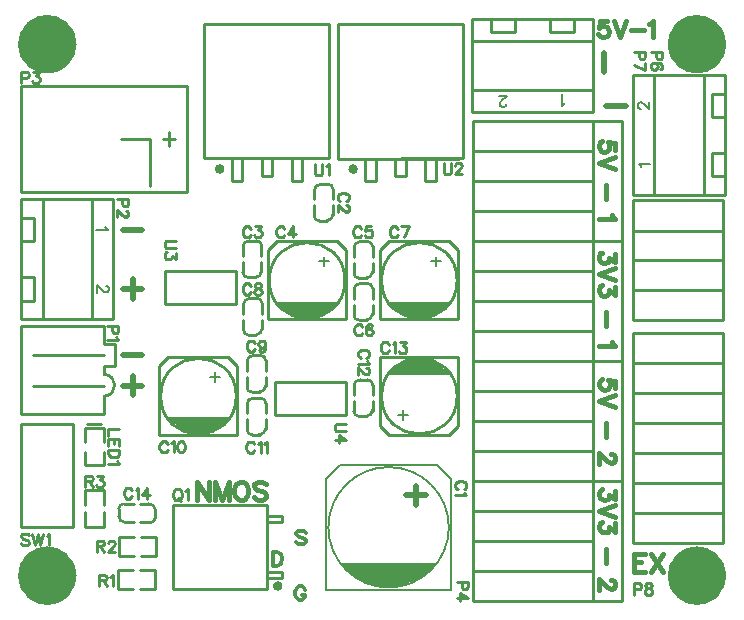
<source format=gto>
G04 Layer: TopSilkLayer*
G04 EasyEDA v6.4.19.5, 2021-05-27T17:32:06+08:00*
G04 33a6c8c822a742f28e1fac3212fc467e,cef4b8211a074a3184fc3ad01c494734,10*
G04 Gerber Generator version 0.2*
G04 Scale: 100 percent, Rotated: No, Reflected: No *
G04 Dimensions in millimeters *
G04 leading zeros omitted , absolute positions ,4 integer and 5 decimal *
%FSLAX45Y45*%
%MOMM*%

%ADD10C,0.2540*%
%ADD12C,0.5000*%
%ADD17C,0.2032*%
%ADD37C,0.2500*%
%ADD38C,0.2000*%
%ADD39C,0.2500*%
%ADD40C,3.0000*%
%ADD41C,0.4000*%
%ADD42C,0.3988*%
%ADD43C,0.3000*%

%LPD*%
D12*
X971776Y259991D02*
G01*
X971776Y96415D01*
X889988Y178203D02*
G01*
X1053564Y178203D01*
X889988Y680006D02*
G01*
X1053564Y680006D01*
X889990Y-380011D02*
G01*
X1053566Y-380011D01*
X971778Y-559991D02*
G01*
X971778Y-723567D01*
X889990Y-641779D02*
G01*
X1053566Y-641779D01*
X5148023Y1730075D02*
G01*
X4984442Y1730075D01*
X4959979Y2011420D02*
G01*
X4959979Y2175002D01*
D41*
X1519986Y-1454988D02*
G01*
X1519986Y-1607896D01*
X1519986Y-1454988D02*
G01*
X1621840Y-1607896D01*
X1621840Y-1454988D02*
G01*
X1621840Y-1607896D01*
X1669846Y-1454988D02*
G01*
X1669846Y-1607896D01*
X1669846Y-1454988D02*
G01*
X1728012Y-1607896D01*
X1786178Y-1454988D02*
G01*
X1728012Y-1607896D01*
X1786178Y-1454988D02*
G01*
X1786178Y-1607896D01*
X1877872Y-1454988D02*
G01*
X1863140Y-1462354D01*
X1848662Y-1476832D01*
X1841550Y-1491564D01*
X1834184Y-1513154D01*
X1834184Y-1549730D01*
X1841550Y-1571574D01*
X1848662Y-1586052D01*
X1863140Y-1600530D01*
X1877872Y-1607896D01*
X1906828Y-1607896D01*
X1921560Y-1600530D01*
X1936038Y-1586052D01*
X1943150Y-1571574D01*
X1950516Y-1549730D01*
X1950516Y-1513154D01*
X1943150Y-1491564D01*
X1936038Y-1476832D01*
X1921560Y-1462354D01*
X1906828Y-1454988D01*
X1877872Y-1454988D01*
X2100376Y-1476832D02*
G01*
X2085898Y-1462354D01*
X2064054Y-1454988D01*
X2034844Y-1454988D01*
X2013000Y-1462354D01*
X1998522Y-1476832D01*
X1998522Y-1491564D01*
X2005888Y-1506042D01*
X2013000Y-1513154D01*
X2027732Y-1520520D01*
X2071166Y-1534998D01*
X2085898Y-1542364D01*
X2093010Y-1549730D01*
X2100376Y-1564208D01*
X2100376Y-1586052D01*
X2085898Y-1600530D01*
X2064054Y-1607896D01*
X2034844Y-1607896D01*
X2013000Y-1600530D01*
X1998522Y-1586052D01*
D43*
X2159988Y-2050006D02*
G01*
X2159988Y-2164560D01*
X2159988Y-2050006D02*
G01*
X2198088Y-2050006D01*
X2214598Y-2055594D01*
X2225520Y-2066516D01*
X2230854Y-2077438D01*
X2236442Y-2093694D01*
X2236442Y-2120872D01*
X2230854Y-2137382D01*
X2225520Y-2148304D01*
X2214598Y-2159226D01*
X2198088Y-2164560D01*
X2159988Y-2164560D01*
X2436441Y-1886508D02*
G01*
X2425519Y-1875586D01*
X2409009Y-1869998D01*
X2387165Y-1869998D01*
X2370909Y-1875586D01*
X2359987Y-1886508D01*
X2359987Y-1897430D01*
X2365321Y-1908352D01*
X2370909Y-1913686D01*
X2381831Y-1919274D01*
X2414597Y-1930196D01*
X2425519Y-1935530D01*
X2430853Y-1940864D01*
X2436441Y-1951786D01*
X2436441Y-1968296D01*
X2425519Y-1979218D01*
X2409009Y-1984552D01*
X2387165Y-1984552D01*
X2370909Y-1979218D01*
X2359987Y-1968296D01*
X2431798Y-2367432D02*
G01*
X2426464Y-2356510D01*
X2415542Y-2345588D01*
X2404620Y-2340000D01*
X2382776Y-2340000D01*
X2371854Y-2345588D01*
X2360932Y-2356510D01*
X2355344Y-2367432D01*
X2350010Y-2383688D01*
X2350010Y-2410866D01*
X2355344Y-2427376D01*
X2360932Y-2438298D01*
X2371854Y-2449220D01*
X2382776Y-2454554D01*
X2404620Y-2454554D01*
X2415542Y-2449220D01*
X2426464Y-2438298D01*
X2431798Y-2427376D01*
X2431798Y-2410866D01*
X2404620Y-2410866D02*
G01*
X2431798Y-2410866D01*
D41*
X5219981Y-2064994D02*
G01*
X5219981Y-2217902D01*
X5219981Y-2064994D02*
G01*
X5314469Y-2064994D01*
X5219981Y-2137892D02*
G01*
X5278147Y-2137892D01*
X5219981Y-2217902D02*
G01*
X5314469Y-2217902D01*
X5362475Y-2064994D02*
G01*
X5464329Y-2217902D01*
X5464329Y-2064994D02*
G01*
X5362475Y-2217902D01*
X5053586Y1353543D02*
G01*
X5053586Y1417297D01*
X4996182Y1423647D01*
X5002532Y1417297D01*
X5008882Y1398247D01*
X5008882Y1379197D01*
X5002532Y1359893D01*
X4989832Y1347193D01*
X4970782Y1340843D01*
X4958082Y1340843D01*
X4939032Y1347193D01*
X4926332Y1359893D01*
X4919982Y1379197D01*
X4919982Y1398247D01*
X4926332Y1417297D01*
X4932682Y1423647D01*
X4945382Y1429997D01*
X5053586Y1298933D02*
G01*
X4919982Y1247879D01*
X5053586Y1197079D02*
G01*
X4919982Y1247879D01*
X4977132Y1057125D02*
G01*
X4977132Y942571D01*
X5027932Y802617D02*
G01*
X5034282Y789917D01*
X5053586Y770613D01*
X4919982Y770613D01*
X5058592Y-1532684D02*
G01*
X5058592Y-1602788D01*
X5007538Y-1564434D01*
X5007538Y-1583738D01*
X5001188Y-1596438D01*
X4994838Y-1602788D01*
X4975788Y-1609138D01*
X4963088Y-1609138D01*
X4944038Y-1602788D01*
X4931338Y-1590088D01*
X4924988Y-1570784D01*
X4924988Y-1551734D01*
X4931338Y-1532684D01*
X4937688Y-1526334D01*
X4950388Y-1519984D01*
X5058592Y-1651048D02*
G01*
X4924988Y-1702102D01*
X5058592Y-1752902D02*
G01*
X4924988Y-1702102D01*
X5058592Y-1807512D02*
G01*
X5058592Y-1877616D01*
X5007538Y-1839516D01*
X5007538Y-1858566D01*
X5001188Y-1871266D01*
X4994838Y-1877616D01*
X4975788Y-1883966D01*
X4963088Y-1883966D01*
X4944038Y-1877616D01*
X4931338Y-1864916D01*
X4924988Y-1845866D01*
X4924988Y-1826816D01*
X4931338Y-1807512D01*
X4937688Y-1801162D01*
X4950388Y-1794812D01*
X4982138Y-2023920D02*
G01*
X4982138Y-2138474D01*
X5026588Y-2284778D02*
G01*
X5032938Y-2284778D01*
X5045892Y-2291382D01*
X5052242Y-2297732D01*
X5058592Y-2310432D01*
X5058592Y-2335832D01*
X5052242Y-2348532D01*
X5045892Y-2354882D01*
X5032938Y-2361232D01*
X5020238Y-2361232D01*
X5007538Y-2354882D01*
X4988488Y-2342182D01*
X4924988Y-2278428D01*
X4924988Y-2367582D01*
X5053584Y472285D02*
G01*
X5053584Y402181D01*
X5002529Y440535D01*
X5002529Y421231D01*
X4996179Y408531D01*
X4989829Y402181D01*
X4970779Y395831D01*
X4958079Y395831D01*
X4939029Y402181D01*
X4926329Y414881D01*
X4919979Y434185D01*
X4919979Y453235D01*
X4926329Y472285D01*
X4932679Y478635D01*
X4945379Y484985D01*
X5053584Y353921D02*
G01*
X4919979Y302867D01*
X5053584Y252067D02*
G01*
X4919979Y302867D01*
X5053584Y197457D02*
G01*
X5053584Y127353D01*
X5002529Y165453D01*
X5002529Y146403D01*
X4996179Y133703D01*
X4989829Y127353D01*
X4970779Y121003D01*
X4958079Y121003D01*
X4939029Y127353D01*
X4926329Y140053D01*
X4919979Y159103D01*
X4919979Y178153D01*
X4926329Y197457D01*
X4932679Y203807D01*
X4945379Y210157D01*
X4977129Y-18950D02*
G01*
X4977129Y-133504D01*
X5027929Y-273458D02*
G01*
X5034279Y-286412D01*
X5053584Y-305462D01*
X4919979Y-305462D01*
X5058582Y-661443D02*
G01*
X5058582Y-597689D01*
X5001178Y-591339D01*
X5007528Y-597689D01*
X5013878Y-616739D01*
X5013878Y-635789D01*
X5007528Y-655093D01*
X4994828Y-667793D01*
X4975778Y-674143D01*
X4963078Y-674143D01*
X4944028Y-667793D01*
X4931328Y-655093D01*
X4924978Y-635789D01*
X4924978Y-616739D01*
X4931328Y-597689D01*
X4937678Y-591339D01*
X4950378Y-584989D01*
X5058582Y-716053D02*
G01*
X4924978Y-767107D01*
X5058582Y-817907D02*
G01*
X4924978Y-767107D01*
X4982128Y-957861D02*
G01*
X4982128Y-1072415D01*
X5026578Y-1218719D02*
G01*
X5032928Y-1218719D01*
X5045882Y-1225069D01*
X5052232Y-1231419D01*
X5058582Y-1244373D01*
X5058582Y-1269773D01*
X5052232Y-1282473D01*
X5045882Y-1288823D01*
X5032928Y-1295173D01*
X5020228Y-1295173D01*
X5007528Y-1288823D01*
X4988478Y-1276123D01*
X4924978Y-1212369D01*
X4924978Y-1301523D01*
X4991366Y2445004D02*
G01*
X4927727Y2445004D01*
X4921364Y2387729D01*
X4927727Y2394092D01*
X4946817Y2400457D01*
X4965910Y2400457D01*
X4985001Y2394092D01*
X4997729Y2381366D01*
X5004094Y2362273D01*
X5004094Y2349545D01*
X4997729Y2330455D01*
X4985001Y2317727D01*
X4965910Y2311364D01*
X4946817Y2311364D01*
X4927727Y2317727D01*
X4921364Y2324089D01*
X4914999Y2336817D01*
X5046096Y2445004D02*
G01*
X5097005Y2311364D01*
X5147917Y2445004D02*
G01*
X5097005Y2311364D01*
X5189918Y2368638D02*
G01*
X5304467Y2368638D01*
X5346468Y2419548D02*
G01*
X5359196Y2425913D01*
X5378287Y2445004D01*
X5378287Y2311364D01*
D37*
X967331Y-1526694D02*
G01*
X963013Y-1517550D01*
X953869Y-1508406D01*
X944725Y-1503834D01*
X926437Y-1503834D01*
X917547Y-1508406D01*
X908403Y-1517550D01*
X903831Y-1526694D01*
X899259Y-1540156D01*
X899259Y-1563016D01*
X903831Y-1576732D01*
X908403Y-1585622D01*
X917547Y-1594766D01*
X926437Y-1599338D01*
X944725Y-1599338D01*
X953869Y-1594766D01*
X963013Y-1585622D01*
X967331Y-1576732D01*
X997557Y-1522122D02*
G01*
X1006447Y-1517550D01*
X1020163Y-1503834D01*
X1020163Y-1599338D01*
X1095601Y-1503834D02*
G01*
X1050135Y-1567588D01*
X1118461Y-1567588D01*
X1095601Y-1503834D02*
G01*
X1095601Y-1599338D01*
X860498Y-1010005D02*
G01*
X764994Y-1010005D01*
X764994Y-1010005D02*
G01*
X764994Y-1064615D01*
X860498Y-1094587D02*
G01*
X764994Y-1094587D01*
X860498Y-1094587D02*
G01*
X860498Y-1153515D01*
X815032Y-1094587D02*
G01*
X815032Y-1130909D01*
X764994Y-1094587D02*
G01*
X764994Y-1153515D01*
X860498Y-1183741D02*
G01*
X764994Y-1183741D01*
X860498Y-1183741D02*
G01*
X860498Y-1215491D01*
X855926Y-1229207D01*
X846782Y-1238097D01*
X837638Y-1242669D01*
X824176Y-1247241D01*
X801316Y-1247241D01*
X787600Y-1242669D01*
X778710Y-1238097D01*
X769566Y-1229207D01*
X764994Y-1215491D01*
X764994Y-1183741D01*
X842210Y-1277213D02*
G01*
X846782Y-1286357D01*
X860498Y-1300073D01*
X764994Y-1300073D01*
X2782646Y921920D02*
G01*
X2791790Y926238D01*
X2800934Y935382D01*
X2805506Y944526D01*
X2805506Y962814D01*
X2800934Y971704D01*
X2791790Y980848D01*
X2782646Y985420D01*
X2769184Y989992D01*
X2746324Y989992D01*
X2732608Y985420D01*
X2723718Y980848D01*
X2714574Y971704D01*
X2710002Y962814D01*
X2710002Y944526D01*
X2714574Y935382D01*
X2723718Y926238D01*
X2732608Y921920D01*
X2782646Y887376D02*
G01*
X2787218Y887376D01*
X2796362Y882804D01*
X2800934Y878232D01*
X2805506Y869088D01*
X2805506Y850800D01*
X2800934Y841910D01*
X2796362Y837338D01*
X2787218Y832766D01*
X2778074Y832766D01*
X2769184Y837338D01*
X2755468Y846482D01*
X2710002Y891694D01*
X2710002Y828194D01*
X1973074Y687146D02*
G01*
X1968756Y696290D01*
X1959612Y705434D01*
X1950468Y710006D01*
X1932180Y710006D01*
X1923290Y705434D01*
X1914146Y696290D01*
X1909574Y687146D01*
X1905002Y673684D01*
X1905002Y650824D01*
X1909574Y637108D01*
X1914146Y628218D01*
X1923290Y619074D01*
X1932180Y614502D01*
X1950468Y614502D01*
X1959612Y619074D01*
X1968756Y628218D01*
X1973074Y637108D01*
X2012190Y710006D02*
G01*
X2062228Y710006D01*
X2035050Y673684D01*
X2048512Y673684D01*
X2057656Y669112D01*
X2062228Y664540D01*
X2066800Y650824D01*
X2066800Y641680D01*
X2062228Y628218D01*
X2053084Y619074D01*
X2039622Y614502D01*
X2025906Y614502D01*
X2012190Y619074D01*
X2007618Y623646D01*
X2003300Y632790D01*
X2258060Y687148D02*
G01*
X2253742Y696292D01*
X2244597Y705436D01*
X2235454Y710008D01*
X2217165Y710008D01*
X2208276Y705436D01*
X2199131Y696292D01*
X2194560Y687148D01*
X2189987Y673686D01*
X2189987Y650826D01*
X2194560Y637110D01*
X2199131Y628220D01*
X2208276Y619076D01*
X2217165Y614504D01*
X2235454Y614504D01*
X2244597Y619076D01*
X2253742Y628220D01*
X2258060Y637110D01*
X2333497Y710008D02*
G01*
X2288286Y646254D01*
X2356357Y646254D01*
X2333497Y710008D02*
G01*
X2333497Y614504D01*
D17*
X2550083Y410819D02*
G01*
X2631871Y410819D01*
X2590977Y369925D02*
G01*
X2590977Y451713D01*
D37*
X2908068Y687148D02*
G01*
X2903750Y696292D01*
X2894606Y705436D01*
X2885462Y710008D01*
X2867174Y710008D01*
X2858284Y705436D01*
X2849140Y696292D01*
X2844568Y687148D01*
X2839996Y673686D01*
X2839996Y650826D01*
X2844568Y637110D01*
X2849140Y628220D01*
X2858284Y619076D01*
X2867174Y614504D01*
X2885462Y614504D01*
X2894606Y619076D01*
X2903750Y628220D01*
X2908068Y637110D01*
X2992650Y710008D02*
G01*
X2947184Y710008D01*
X2942612Y669114D01*
X2947184Y673686D01*
X2960900Y678004D01*
X2974616Y678004D01*
X2988078Y673686D01*
X2997222Y664542D01*
X3001794Y650826D01*
X3001794Y641682D01*
X2997222Y628220D01*
X2988078Y619076D01*
X2974616Y614504D01*
X2960900Y614504D01*
X2947184Y619076D01*
X2942612Y623648D01*
X2938294Y632792D01*
X2918084Y-142849D02*
G01*
X2913766Y-133705D01*
X2904622Y-124561D01*
X2895478Y-119989D01*
X2877190Y-119989D01*
X2868300Y-124561D01*
X2859156Y-133705D01*
X2854584Y-142849D01*
X2850012Y-156311D01*
X2850012Y-179171D01*
X2854584Y-192887D01*
X2859156Y-201777D01*
X2868300Y-210921D01*
X2877190Y-215493D01*
X2895478Y-215493D01*
X2904622Y-210921D01*
X2913766Y-201777D01*
X2918084Y-192887D01*
X3002666Y-133705D02*
G01*
X2998094Y-124561D01*
X2984632Y-119989D01*
X2975488Y-119989D01*
X2961772Y-124561D01*
X2952628Y-138277D01*
X2948310Y-160883D01*
X2948310Y-183743D01*
X2952628Y-201777D01*
X2961772Y-210921D01*
X2975488Y-215493D01*
X2980060Y-215493D01*
X2993522Y-210921D01*
X3002666Y-201777D01*
X3007238Y-188315D01*
X3007238Y-183743D01*
X3002666Y-170027D01*
X2993522Y-160883D01*
X2980060Y-156311D01*
X2975488Y-156311D01*
X2961772Y-160883D01*
X2952628Y-170027D01*
X2948310Y-183743D01*
X3218078Y687148D02*
G01*
X3213760Y696292D01*
X3204616Y705436D01*
X3195472Y710008D01*
X3177184Y710008D01*
X3168294Y705436D01*
X3159150Y696292D01*
X3154578Y687148D01*
X3150006Y673686D01*
X3150006Y650826D01*
X3154578Y637110D01*
X3159150Y628220D01*
X3168294Y619076D01*
X3177184Y614504D01*
X3195472Y614504D01*
X3204616Y619076D01*
X3213760Y628220D01*
X3218078Y637110D01*
X3311804Y710008D02*
G01*
X3266338Y614504D01*
X3248304Y710008D02*
G01*
X3311804Y710008D01*
D17*
X3500043Y411581D02*
G01*
X3581831Y411581D01*
X3540937Y370687D02*
G01*
X3540937Y452475D01*
D37*
X1973071Y202130D02*
G01*
X1968754Y211274D01*
X1959610Y220418D01*
X1950465Y224990D01*
X1932178Y224990D01*
X1923287Y220418D01*
X1914144Y211274D01*
X1909571Y202130D01*
X1905000Y188668D01*
X1905000Y165808D01*
X1909571Y152092D01*
X1914144Y143202D01*
X1923287Y134058D01*
X1932178Y129486D01*
X1950465Y129486D01*
X1959610Y134058D01*
X1968754Y143202D01*
X1973071Y152092D01*
X2025904Y224990D02*
G01*
X2012187Y220418D01*
X2007615Y211274D01*
X2007615Y202130D01*
X2012187Y192986D01*
X2021331Y188668D01*
X2039620Y184096D01*
X2053081Y179524D01*
X2062226Y170380D01*
X2066797Y161236D01*
X2066797Y147774D01*
X2062226Y138630D01*
X2057654Y134058D01*
X2044192Y129486D01*
X2025904Y129486D01*
X2012187Y134058D01*
X2007615Y138630D01*
X2003297Y147774D01*
X2003297Y161236D01*
X2007615Y170380D01*
X2016760Y179524D01*
X2030476Y184096D01*
X2048510Y188668D01*
X2057654Y192986D01*
X2062226Y202130D01*
X2062226Y211274D01*
X2057654Y220418D01*
X2044192Y224990D01*
X2025904Y224990D01*
X689990Y-2245006D02*
G01*
X689990Y-2340510D01*
X689990Y-2245006D02*
G01*
X730885Y-2245006D01*
X744601Y-2249578D01*
X749172Y-2254150D01*
X753745Y-2263294D01*
X753745Y-2272438D01*
X749172Y-2281328D01*
X744601Y-2285900D01*
X730885Y-2290472D01*
X689990Y-2290472D01*
X721740Y-2290472D02*
G01*
X753745Y-2340510D01*
X783717Y-2263294D02*
G01*
X792606Y-2258722D01*
X806322Y-2245006D01*
X806322Y-2340510D01*
X667537Y-1953206D02*
G01*
X667537Y-2048710D01*
X667537Y-1953206D02*
G01*
X708431Y-1953206D01*
X722147Y-1957778D01*
X726719Y-1962350D01*
X731291Y-1971494D01*
X731291Y-1980638D01*
X726719Y-1989528D01*
X722147Y-1994100D01*
X708431Y-1998672D01*
X667537Y-1998672D01*
X699287Y-1998672D02*
G01*
X731291Y-2048710D01*
X765835Y-1976066D02*
G01*
X765835Y-1971494D01*
X770153Y-1962350D01*
X774725Y-1957778D01*
X783869Y-1953206D01*
X802157Y-1953206D01*
X811047Y-1957778D01*
X815619Y-1962350D01*
X820191Y-1971494D01*
X820191Y-1980638D01*
X815619Y-1989528D01*
X806729Y-2003244D01*
X761263Y-2048710D01*
X824763Y-2048710D01*
X569998Y-1404998D02*
G01*
X569998Y-1500502D01*
X569998Y-1404998D02*
G01*
X610892Y-1404998D01*
X624608Y-1409570D01*
X629180Y-1414142D01*
X633752Y-1423286D01*
X633752Y-1432430D01*
X629180Y-1441320D01*
X624608Y-1445892D01*
X610892Y-1450464D01*
X569998Y-1450464D01*
X601748Y-1450464D02*
G01*
X633752Y-1500502D01*
X672614Y-1404998D02*
G01*
X722652Y-1404998D01*
X695474Y-1441320D01*
X709190Y-1441320D01*
X718080Y-1445892D01*
X722652Y-1450464D01*
X727224Y-1464180D01*
X727224Y-1473324D01*
X722652Y-1486786D01*
X713508Y-1495930D01*
X700046Y-1500502D01*
X686330Y-1500502D01*
X672614Y-1495930D01*
X668296Y-1491358D01*
X663724Y-1482214D01*
X1342186Y-1515008D02*
G01*
X1333296Y-1519580D01*
X1324152Y-1528724D01*
X1319580Y-1537868D01*
X1315008Y-1551330D01*
X1315008Y-1574190D01*
X1319580Y-1587906D01*
X1324152Y-1596796D01*
X1333296Y-1605940D01*
X1342186Y-1610512D01*
X1360474Y-1610512D01*
X1369618Y-1605940D01*
X1378762Y-1596796D01*
X1383080Y-1587906D01*
X1387652Y-1574190D01*
X1387652Y-1551330D01*
X1383080Y-1537868D01*
X1378762Y-1528724D01*
X1369618Y-1519580D01*
X1360474Y-1515008D01*
X1342186Y-1515008D01*
X1355902Y-1592224D02*
G01*
X1383080Y-1619656D01*
X1417624Y-1533296D02*
G01*
X1426768Y-1528724D01*
X1440484Y-1515008D01*
X1440484Y-1610512D01*
X1340510Y584987D02*
G01*
X1272184Y584987D01*
X1258722Y580415D01*
X1249578Y571271D01*
X1245006Y557809D01*
X1245006Y548665D01*
X1249578Y534949D01*
X1258722Y525805D01*
X1272184Y521233D01*
X1340510Y521233D01*
X1340510Y482371D02*
G01*
X1340510Y432333D01*
X1304188Y459511D01*
X1304188Y445795D01*
X1299616Y436905D01*
X1295044Y432333D01*
X1281328Y427761D01*
X1272184Y427761D01*
X1258722Y432333D01*
X1249578Y441477D01*
X1245006Y454939D01*
X1245006Y468655D01*
X1249578Y482371D01*
X1254150Y486689D01*
X1263294Y491261D01*
X2008075Y-282851D02*
G01*
X2003757Y-273707D01*
X1994613Y-264563D01*
X1985469Y-259991D01*
X1967181Y-259991D01*
X1958291Y-264563D01*
X1949147Y-273707D01*
X1944575Y-282851D01*
X1940003Y-296313D01*
X1940003Y-319173D01*
X1944575Y-332889D01*
X1949147Y-341779D01*
X1958291Y-350923D01*
X1967181Y-355495D01*
X1985469Y-355495D01*
X1994613Y-350923D01*
X2003757Y-341779D01*
X2008075Y-332889D01*
X2097229Y-291995D02*
G01*
X2092657Y-305457D01*
X2083513Y-314601D01*
X2070051Y-319173D01*
X2065479Y-319173D01*
X2051763Y-314601D01*
X2042619Y-305457D01*
X2038301Y-291995D01*
X2038301Y-287423D01*
X2042619Y-273707D01*
X2051763Y-264563D01*
X2065479Y-259991D01*
X2070051Y-259991D01*
X2083513Y-264563D01*
X2092657Y-273707D01*
X2097229Y-291995D01*
X2097229Y-314601D01*
X2092657Y-337207D01*
X2083513Y-350923D01*
X2070051Y-355495D01*
X2060907Y-355495D01*
X2047191Y-350923D01*
X2042619Y-341779D01*
X1268067Y-1132870D02*
G01*
X1263749Y-1123723D01*
X1254605Y-1114582D01*
X1245461Y-1110007D01*
X1227173Y-1110007D01*
X1218283Y-1114582D01*
X1209139Y-1123723D01*
X1204567Y-1132870D01*
X1199995Y-1146332D01*
X1199995Y-1169192D01*
X1204567Y-1182908D01*
X1209139Y-1191798D01*
X1218283Y-1200942D01*
X1227173Y-1205514D01*
X1245461Y-1205514D01*
X1254605Y-1200942D01*
X1263749Y-1191798D01*
X1268067Y-1182908D01*
X1298293Y-1128298D02*
G01*
X1307183Y-1123723D01*
X1320899Y-1110007D01*
X1320899Y-1205514D01*
X1378303Y-1110007D02*
G01*
X1364587Y-1114582D01*
X1355443Y-1128298D01*
X1350871Y-1150904D01*
X1350871Y-1164620D01*
X1355443Y-1187223D01*
X1364587Y-1200942D01*
X1378303Y-1205514D01*
X1387193Y-1205514D01*
X1400909Y-1200942D01*
X1410053Y-1187223D01*
X1414625Y-1164620D01*
X1414625Y-1150904D01*
X1410053Y-1128298D01*
X1400909Y-1114582D01*
X1387193Y-1110007D01*
X1378303Y-1110007D01*
D17*
X1630095Y-569112D02*
G01*
X1711883Y-569112D01*
X1670989Y-610006D02*
G01*
X1670989Y-528218D01*
D37*
X2003071Y-1137869D02*
G01*
X1998753Y-1128725D01*
X1989609Y-1119581D01*
X1980465Y-1115009D01*
X1962177Y-1115009D01*
X1953287Y-1119581D01*
X1944143Y-1128725D01*
X1939571Y-1137869D01*
X1934999Y-1151331D01*
X1934999Y-1174191D01*
X1939571Y-1187907D01*
X1944143Y-1196797D01*
X1953287Y-1205941D01*
X1962177Y-1210513D01*
X1980465Y-1210513D01*
X1989609Y-1205941D01*
X1998753Y-1196797D01*
X2003071Y-1187907D01*
X2033297Y-1133297D02*
G01*
X2042187Y-1128725D01*
X2055903Y-1115009D01*
X2055903Y-1210513D01*
X2085875Y-1133297D02*
G01*
X2095019Y-1128725D01*
X2108735Y-1115009D01*
X2108735Y-1210513D01*
X2780484Y-964996D02*
G01*
X2712158Y-964996D01*
X2698696Y-969568D01*
X2689552Y-978712D01*
X2684980Y-992174D01*
X2684980Y-1001318D01*
X2689552Y-1015034D01*
X2698696Y-1024178D01*
X2712158Y-1028750D01*
X2780484Y-1028750D01*
X2780484Y-1104188D02*
G01*
X2716730Y-1058722D01*
X2716730Y-1126794D01*
X2780484Y-1104188D02*
G01*
X2684980Y-1104188D01*
X2952650Y-403070D02*
G01*
X2961794Y-398752D01*
X2970938Y-389608D01*
X2975510Y-380464D01*
X2975510Y-362176D01*
X2970938Y-353286D01*
X2961794Y-344142D01*
X2952650Y-339570D01*
X2939188Y-334998D01*
X2916328Y-334998D01*
X2902612Y-339570D01*
X2893722Y-344142D01*
X2884578Y-353286D01*
X2880006Y-362176D01*
X2880006Y-380464D01*
X2884578Y-389608D01*
X2893722Y-398752D01*
X2902612Y-403070D01*
X2957222Y-433296D02*
G01*
X2961794Y-442186D01*
X2975510Y-455902D01*
X2880006Y-455902D01*
X2952650Y-490446D02*
G01*
X2957222Y-490446D01*
X2966366Y-495018D01*
X2970938Y-499590D01*
X2975510Y-508734D01*
X2975510Y-526768D01*
X2970938Y-535912D01*
X2966366Y-540484D01*
X2957222Y-545056D01*
X2948078Y-545056D01*
X2939188Y-540484D01*
X2925472Y-531340D01*
X2880006Y-485874D01*
X2880006Y-549628D01*
X3143067Y-292864D02*
G01*
X3138749Y-283720D01*
X3129605Y-274576D01*
X3120461Y-270004D01*
X3102173Y-270004D01*
X3093283Y-274576D01*
X3084139Y-283720D01*
X3079567Y-292864D01*
X3074995Y-306326D01*
X3074995Y-329186D01*
X3079567Y-342902D01*
X3084139Y-351792D01*
X3093283Y-360936D01*
X3102173Y-365508D01*
X3120461Y-365508D01*
X3129605Y-360936D01*
X3138749Y-351792D01*
X3143067Y-342902D01*
X3173293Y-288292D02*
G01*
X3182183Y-283720D01*
X3195899Y-270004D01*
X3195899Y-365508D01*
X3235015Y-270004D02*
G01*
X3285053Y-270004D01*
X3257621Y-306326D01*
X3271337Y-306326D01*
X3280481Y-310898D01*
X3285053Y-315470D01*
X3289625Y-329186D01*
X3289625Y-338330D01*
X3285053Y-351792D01*
X3275909Y-360936D01*
X3262193Y-365508D01*
X3248731Y-365508D01*
X3235015Y-360936D01*
X3230443Y-356364D01*
X3225871Y-347220D01*
D17*
X3300552Y-890879D02*
G01*
X3218764Y-890879D01*
X3259658Y-849985D02*
G01*
X3259658Y-931773D01*
D37*
X5214995Y-2315006D02*
G01*
X5214995Y-2410510D01*
X5214995Y-2315006D02*
G01*
X5255889Y-2315006D01*
X5269605Y-2319578D01*
X5274177Y-2324150D01*
X5278749Y-2333294D01*
X5278749Y-2347010D01*
X5274177Y-2355900D01*
X5269605Y-2360472D01*
X5255889Y-2365044D01*
X5214995Y-2365044D01*
X5331327Y-2315006D02*
G01*
X5317611Y-2319578D01*
X5313293Y-2328722D01*
X5313293Y-2337866D01*
X5317611Y-2347010D01*
X5326755Y-2351328D01*
X5345043Y-2355900D01*
X5358505Y-2360472D01*
X5367649Y-2369616D01*
X5372221Y-2378760D01*
X5372221Y-2392222D01*
X5367649Y-2401366D01*
X5363077Y-2405938D01*
X5349615Y-2410510D01*
X5331327Y-2410510D01*
X5317611Y-2405938D01*
X5313293Y-2401366D01*
X5308721Y-2392222D01*
X5308721Y-2378760D01*
X5313293Y-2369616D01*
X5322183Y-2360472D01*
X5335899Y-2355900D01*
X5354187Y-2351328D01*
X5363077Y-2347010D01*
X5367649Y-2337866D01*
X5367649Y-2328722D01*
X5363077Y-2319578D01*
X5349615Y-2315006D01*
X5331327Y-2315006D01*
X5310510Y2184981D02*
G01*
X5215006Y2184981D01*
X5310510Y2184981D02*
G01*
X5310510Y2144087D01*
X5305938Y2130371D01*
X5301366Y2125799D01*
X5292222Y2121227D01*
X5278506Y2121227D01*
X5269616Y2125799D01*
X5265044Y2130371D01*
X5260472Y2144087D01*
X5260472Y2184981D01*
X5310510Y2027755D02*
G01*
X5215006Y2073221D01*
X5310510Y2091255D02*
G01*
X5310510Y2027755D01*
D38*
X4629911Y1748205D02*
G01*
X4620768Y1743633D01*
X4607306Y1729917D01*
X4607306Y1825421D01*
X4135348Y1742770D02*
G01*
X4135348Y1738198D01*
X4130776Y1728800D01*
X4126204Y1724228D01*
X4117314Y1719910D01*
X4099026Y1719910D01*
X4089882Y1724228D01*
X4085310Y1728800D01*
X4080738Y1738198D01*
X4080738Y1747342D01*
X4085310Y1755978D01*
X4094454Y1769948D01*
X4139920Y1815414D01*
X4076166Y1815414D01*
D37*
X5455488Y2184984D02*
G01*
X5359984Y2184984D01*
X5455488Y2184984D02*
G01*
X5455488Y2144090D01*
X5450916Y2130374D01*
X5446344Y2125802D01*
X5437200Y2121230D01*
X5423484Y2121230D01*
X5414594Y2125802D01*
X5410022Y2130374D01*
X5405450Y2144090D01*
X5405450Y2184984D01*
X5441772Y2036902D02*
G01*
X5450916Y2041474D01*
X5455488Y2054936D01*
X5455488Y2064080D01*
X5450916Y2077796D01*
X5437200Y2086686D01*
X5414594Y2091258D01*
X5391734Y2091258D01*
X5373700Y2086686D01*
X5364556Y2077796D01*
X5359984Y2064080D01*
X5359984Y2059508D01*
X5364556Y2045792D01*
X5373700Y2036902D01*
X5387162Y2032330D01*
X5391734Y2032330D01*
X5405450Y2036902D01*
X5414594Y2045792D01*
X5419166Y2059508D01*
X5419166Y2064080D01*
X5414594Y2077796D01*
X5405450Y2086686D01*
X5391734Y2091258D01*
D38*
X5278297Y1210055D02*
G01*
X5273725Y1219200D01*
X5260009Y1232662D01*
X5355513Y1232662D01*
X5272862Y1704619D02*
G01*
X5268290Y1704619D01*
X5258892Y1709191D01*
X5254320Y1713763D01*
X5250002Y1722653D01*
X5250002Y1740941D01*
X5254320Y1750085D01*
X5258892Y1754657D01*
X5268290Y1759229D01*
X5277434Y1759229D01*
X5286070Y1754657D01*
X5300040Y1745513D01*
X5345506Y1700047D01*
X5345506Y1763801D01*
D37*
X852170Y-134137D02*
G01*
X756665Y-134137D01*
X852170Y-134137D02*
G01*
X852170Y-175031D01*
X847597Y-188747D01*
X843026Y-193319D01*
X833881Y-197891D01*
X820165Y-197891D01*
X811276Y-193319D01*
X806704Y-188747D01*
X802131Y-175031D01*
X802131Y-134137D01*
X833881Y-227863D02*
G01*
X838454Y-236753D01*
X852170Y-250469D01*
X756665Y-250469D01*
X935504Y940003D02*
G01*
X840000Y940003D01*
X935504Y940003D02*
G01*
X935504Y899109D01*
X930932Y885393D01*
X926360Y880821D01*
X917216Y876249D01*
X903500Y876249D01*
X894610Y880821D01*
X890038Y885393D01*
X885466Y899109D01*
X885466Y940003D01*
X912644Y841705D02*
G01*
X917216Y841705D01*
X926360Y837387D01*
X930932Y832815D01*
X935504Y823671D01*
X935504Y805383D01*
X930932Y796493D01*
X926360Y791921D01*
X917216Y787349D01*
X908072Y787349D01*
X899182Y791921D01*
X885466Y800811D01*
X840000Y846277D01*
X840000Y782777D01*
D38*
X741756Y699770D02*
G01*
X746328Y690626D01*
X760044Y677163D01*
X664540Y677163D01*
X747191Y205206D02*
G01*
X751763Y205206D01*
X761161Y200634D01*
X765733Y196062D01*
X770051Y187172D01*
X770051Y168884D01*
X765733Y159740D01*
X761161Y155168D01*
X751763Y150596D01*
X742619Y150596D01*
X733983Y155168D01*
X720013Y164312D01*
X674547Y209778D01*
X674547Y146024D01*
D37*
X3810502Y-2299997D02*
G01*
X3714998Y-2299997D01*
X3810502Y-2299997D02*
G01*
X3810502Y-2340891D01*
X3805930Y-2354607D01*
X3801358Y-2359179D01*
X3792214Y-2363751D01*
X3778498Y-2363751D01*
X3769608Y-2359179D01*
X3765036Y-2354607D01*
X3760464Y-2340891D01*
X3760464Y-2299997D01*
X3810502Y-2439189D02*
G01*
X3746748Y-2393723D01*
X3746748Y-2461795D01*
X3810502Y-2439189D02*
G01*
X3714998Y-2439189D01*
X93751Y-1908705D02*
G01*
X84607Y-1899561D01*
X70891Y-1894989D01*
X52603Y-1894989D01*
X39141Y-1899561D01*
X29997Y-1908705D01*
X29997Y-1917849D01*
X34569Y-1926993D01*
X39141Y-1931311D01*
X48285Y-1935883D01*
X75463Y-1945027D01*
X84607Y-1949599D01*
X89179Y-1954171D01*
X93751Y-1963315D01*
X93751Y-1976777D01*
X84607Y-1985921D01*
X70891Y-1990493D01*
X52603Y-1990493D01*
X39141Y-1985921D01*
X29997Y-1976777D01*
X123723Y-1894989D02*
G01*
X146329Y-1990493D01*
X169189Y-1894989D02*
G01*
X146329Y-1990493D01*
X169189Y-1894989D02*
G01*
X191795Y-1990493D01*
X214655Y-1894989D02*
G01*
X191795Y-1990493D01*
X244627Y-1913277D02*
G01*
X253517Y-1908705D01*
X267233Y-1894989D01*
X267233Y-1990493D01*
X3775255Y-1518033D02*
G01*
X3784399Y-1513715D01*
X3793543Y-1504571D01*
X3798115Y-1495427D01*
X3798115Y-1477139D01*
X3793543Y-1468249D01*
X3784399Y-1459105D01*
X3775255Y-1454533D01*
X3761793Y-1449961D01*
X3738933Y-1449961D01*
X3725217Y-1454533D01*
X3716327Y-1459105D01*
X3707183Y-1468249D01*
X3702611Y-1477139D01*
X3702611Y-1495427D01*
X3707183Y-1504571D01*
X3716327Y-1513715D01*
X3725217Y-1518033D01*
X3779827Y-1548259D02*
G01*
X3784399Y-1557149D01*
X3798115Y-1570865D01*
X3702611Y-1570865D01*
D12*
X3453790Y-1568094D02*
G01*
X3290214Y-1568094D01*
X3372002Y-1486306D02*
G01*
X3372002Y-1649882D01*
D37*
X2515001Y1235001D02*
G01*
X2515001Y1166675D01*
X2519573Y1153213D01*
X2528717Y1144069D01*
X2542179Y1139497D01*
X2551323Y1139497D01*
X2565039Y1144069D01*
X2574183Y1153213D01*
X2578755Y1166675D01*
X2578755Y1235001D01*
X2608727Y1216713D02*
G01*
X2617617Y1221285D01*
X2631333Y1235001D01*
X2631333Y1139497D01*
X3604996Y1245003D02*
G01*
X3604996Y1176677D01*
X3609568Y1163215D01*
X3618712Y1154071D01*
X3632174Y1149499D01*
X3641318Y1149499D01*
X3655034Y1154071D01*
X3664178Y1163215D01*
X3668750Y1176677D01*
X3668750Y1245003D01*
X3703294Y1222143D02*
G01*
X3703294Y1226715D01*
X3707612Y1235859D01*
X3712184Y1240431D01*
X3721328Y1245003D01*
X3739616Y1245003D01*
X3748506Y1240431D01*
X3753078Y1235859D01*
X3757650Y1226715D01*
X3757650Y1217571D01*
X3753078Y1208681D01*
X3744188Y1194965D01*
X3698722Y1149499D01*
X3762222Y1149499D01*
X29994Y2015007D02*
G01*
X29994Y1919503D01*
X29994Y2015007D02*
G01*
X70888Y2015007D01*
X84604Y2010435D01*
X89176Y2005863D01*
X93748Y1996719D01*
X93748Y1983003D01*
X89176Y1974113D01*
X84604Y1969541D01*
X70888Y1964969D01*
X29994Y1964969D01*
X132610Y2015007D02*
G01*
X182648Y2015007D01*
X155470Y1978685D01*
X169186Y1978685D01*
X178076Y1974113D01*
X182648Y1969541D01*
X187220Y1955825D01*
X187220Y1946681D01*
X182648Y1933219D01*
X173504Y1924075D01*
X160042Y1919503D01*
X146326Y1919503D01*
X132610Y1924075D01*
X128292Y1928647D01*
X123720Y1937791D01*
G36*
X2180082Y69951D02*
G01*
X2310079Y-40081D01*
X2450084Y-70053D01*
X2600096Y-40081D01*
X2720086Y69951D01*
G37*
G36*
X3130042Y70662D02*
G01*
X3260039Y-39319D01*
X3400044Y-69291D01*
X3550056Y-39319D01*
X3670046Y70662D01*
G37*
G36*
X1260094Y-910031D02*
G01*
X1390091Y-1020013D01*
X1530096Y-1049985D01*
X1680108Y-1020013D01*
X1800098Y-910031D01*
G37*
G36*
X3400551Y-410006D02*
G01*
X3250539Y-439978D01*
X3130550Y-549960D01*
X3670554Y-549960D01*
X3540556Y-439978D01*
G37*
G36*
X2720238Y-2140051D02*
G01*
X2800197Y-2220010D01*
X2890215Y-2280005D01*
X2970174Y-2310028D01*
X3090214Y-2350058D01*
X3220212Y-2340000D01*
X3400196Y-2280005D01*
X3460191Y-2240026D01*
X3550208Y-2140051D01*
G37*
X4869992Y1601978D02*
G01*
X5115001Y1601978D01*
X5115001Y1599996D02*
G01*
X5115001Y-2459989D01*
X5115001Y-2462021D02*
G01*
X4864988Y-2462021D01*
X4869992Y584987D02*
G01*
X5115001Y584987D01*
X4869992Y-429996D02*
G01*
X5115001Y-429996D01*
X5209997Y670001D02*
G01*
X5964986Y670001D01*
X5969990Y664997D01*
X5215000Y419988D02*
G01*
X5969990Y419988D01*
X5959983Y419988D01*
X5219979Y164998D02*
G01*
X5964986Y164998D01*
X5969990Y170002D01*
X4869992Y-1445005D02*
G01*
X5115001Y-1445005D01*
X1035557Y-1641347D02*
G01*
X1116837Y-1641347D01*
X1165097Y-1689607D02*
G01*
X1165097Y-1758187D01*
X1124457Y-1798828D02*
G01*
X1038097Y-1798828D01*
X1035557Y-1798828D01*
X984757Y-1798828D02*
G01*
X903478Y-1798828D01*
X855218Y-1750568D02*
G01*
X855218Y-1681987D01*
X895857Y-1641347D02*
G01*
X982218Y-1641347D01*
X984757Y-1641347D01*
X569442Y-1120267D02*
G01*
X569442Y-1115110D01*
X569442Y-1002766D01*
X729462Y-1002766D01*
X729462Y-1120267D01*
X569442Y-1200277D02*
G01*
X569442Y-1316177D01*
X729462Y-1316177D01*
X729462Y-1200277D01*
X705865Y-969771D02*
G01*
X589026Y-969771D01*
X2511297Y935481D02*
G01*
X2511297Y1016762D01*
X2559558Y1065021D02*
G01*
X2628138Y1065021D01*
X2668777Y1024381D02*
G01*
X2668777Y938021D01*
X2668777Y935481D01*
X2668777Y884681D02*
G01*
X2668777Y803402D01*
X2620518Y755142D02*
G01*
X2551938Y755142D01*
X2511297Y795781D02*
G01*
X2511297Y882142D01*
X2511297Y884681D01*
X1906015Y455929D02*
G01*
X1906015Y537210D01*
X1954276Y585470D02*
G01*
X2022855Y585470D01*
X2063495Y544829D02*
G01*
X2063495Y458470D01*
X2063495Y455929D01*
X2063495Y405129D02*
G01*
X2063495Y323850D01*
X2015236Y275589D02*
G01*
X1946655Y275589D01*
X1906015Y316229D02*
G01*
X1906015Y402589D01*
X1906015Y405129D01*
X2119884Y-80263D02*
G01*
X2780284Y-80263D01*
X2780284Y-80263D02*
G01*
X2780284Y503936D01*
X2780284Y503936D02*
G01*
X2704084Y580136D01*
X2704084Y580136D02*
G01*
X2196084Y580136D01*
X2196084Y580136D02*
G01*
X2119884Y503936D01*
X2119884Y503936D02*
G01*
X2119884Y-80263D01*
X2846324Y450342D02*
G01*
X2846324Y531621D01*
X2894584Y579881D02*
G01*
X2963163Y579881D01*
X3003804Y539242D02*
G01*
X3003804Y452881D01*
X3003804Y450342D01*
X3003804Y399542D02*
G01*
X3003804Y318262D01*
X2955543Y270002D02*
G01*
X2886963Y270002D01*
X2846324Y310642D02*
G01*
X2846324Y397002D01*
X2846324Y399542D01*
X2846324Y95250D02*
G01*
X2846324Y176529D01*
X2894584Y224789D02*
G01*
X2963163Y224789D01*
X3003804Y184150D02*
G01*
X3003804Y97789D01*
X3003804Y95250D01*
X3003804Y44450D02*
G01*
X3003804Y-36829D01*
X2955543Y-85089D02*
G01*
X2886963Y-85089D01*
X2846324Y-44450D02*
G01*
X2846324Y41910D01*
X2846324Y44450D01*
X3069843Y-79502D02*
G01*
X3730243Y-79502D01*
X3730243Y-79502D02*
G01*
X3730243Y504697D01*
X3730243Y504697D02*
G01*
X3654043Y580897D01*
X3654043Y580897D02*
G01*
X3146043Y580897D01*
X3146043Y580897D02*
G01*
X3069843Y504697D01*
X3069843Y504697D02*
G01*
X3069843Y-79502D01*
X1911350Y-31242D02*
G01*
X1911350Y50037D01*
X1959610Y98297D02*
G01*
X2028189Y98297D01*
X2068829Y57657D02*
G01*
X2068829Y-28702D01*
X2068829Y-31242D01*
X2068829Y-82042D02*
G01*
X2068829Y-163321D01*
X2020570Y-211581D02*
G01*
X1951989Y-211581D01*
X1911350Y-170942D02*
G01*
X1911350Y-84581D01*
X1911350Y-82042D01*
X1038326Y-2199614D02*
G01*
X1039901Y-2199614D01*
X1166139Y-2199614D01*
X1166139Y-2359634D01*
X1038326Y-2359634D01*
X978128Y-2199614D02*
G01*
X852728Y-2199614D01*
X852728Y-2359634D01*
X978128Y-2359634D01*
X981481Y-2080285D02*
G01*
X979906Y-2080285D01*
X853668Y-2080285D01*
X853668Y-1920265D01*
X981481Y-1920265D01*
X1041679Y-2080285D02*
G01*
X1167079Y-2080285D01*
X1167079Y-1920265D01*
X1041679Y-1920265D01*
X570458Y-1651787D02*
G01*
X570458Y-1650212D01*
X570458Y-1523974D01*
X730478Y-1523974D01*
X730478Y-1651787D01*
X570458Y-1711985D02*
G01*
X570458Y-1837385D01*
X730478Y-1837385D01*
X730478Y-1711985D01*
D10*
X1315897Y-2364917D02*
G01*
X2110892Y-2364917D01*
X2110892Y-1650314D01*
X1315897Y-1650314D01*
X1315897Y-2364917D01*
X2110892Y-2267610D02*
G01*
X2240889Y-2267610D01*
X2240889Y-2217623D01*
X2110892Y-2217623D01*
X2110486Y-1795373D02*
G01*
X2240483Y-1795373D01*
X2240483Y-1745361D01*
X2110486Y-1745361D01*
D37*
X1245082Y49479D02*
G01*
X1845081Y49479D01*
X1845081Y49479D02*
G01*
X1845081Y329488D01*
X1845081Y329488D02*
G01*
X1245082Y329488D01*
X1245082Y329488D02*
G01*
X1245082Y49479D01*
X2098802Y-565150D02*
G01*
X2098802Y-646429D01*
X2050542Y-694689D02*
G01*
X1981962Y-694689D01*
X1941321Y-654050D02*
G01*
X1941321Y-567689D01*
X1941321Y-565150D01*
X1941321Y-514350D02*
G01*
X1941321Y-433070D01*
X1989581Y-384810D02*
G01*
X2058162Y-384810D01*
X2098802Y-425450D02*
G01*
X2098802Y-511810D01*
X2098802Y-514350D01*
X1199895Y-1060195D02*
G01*
X1860295Y-1060195D01*
X1860295Y-1060195D02*
G01*
X1860295Y-475995D01*
X1860295Y-475995D02*
G01*
X1784095Y-399795D01*
X1784095Y-399795D02*
G01*
X1276095Y-399795D01*
X1276095Y-399795D02*
G01*
X1199895Y-475995D01*
X1199895Y-475995D02*
G01*
X1199895Y-1060195D01*
X1941068Y-874776D02*
G01*
X1941068Y-793495D01*
X1989328Y-745236D02*
G01*
X2057907Y-745236D01*
X2098547Y-785876D02*
G01*
X2098547Y-872236D01*
X2098547Y-874776D01*
X2098547Y-925576D02*
G01*
X2098547Y-1006855D01*
X2050287Y-1055115D02*
G01*
X1981707Y-1055115D01*
X1941068Y-1014476D02*
G01*
X1941068Y-928115D01*
X1941068Y-925576D01*
X2779801Y-610057D02*
G01*
X2179802Y-610057D01*
X2179802Y-610057D02*
G01*
X2179802Y-890066D01*
X2179802Y-890066D02*
G01*
X2779801Y-890066D01*
X2779801Y-890066D02*
G01*
X2779801Y-610057D01*
X3003804Y-770889D02*
G01*
X3003804Y-852170D01*
X2955543Y-900429D02*
G01*
X2886963Y-900429D01*
X2846324Y-859789D02*
G01*
X2846324Y-773429D01*
X2846324Y-770889D01*
X2846324Y-720089D02*
G01*
X2846324Y-638810D01*
X2894584Y-590550D02*
G01*
X2963163Y-590550D01*
X3003804Y-631189D02*
G01*
X3003804Y-717550D01*
X3003804Y-720089D01*
X3730752Y-399795D02*
G01*
X3070352Y-399795D01*
X3070352Y-399795D02*
G01*
X3070352Y-983995D01*
X3070352Y-983995D02*
G01*
X3146552Y-1060195D01*
X3146552Y-1060195D02*
G01*
X3654552Y-1060195D01*
X3654552Y-1060195D02*
G01*
X3730752Y-983995D01*
X3730752Y-983995D02*
G01*
X3730752Y-399795D01*
D10*
X5209031Y-191007D02*
G01*
X5209031Y-1207007D01*
X5971031Y-1207007D01*
X5971031Y-699007D01*
X5971031Y-191007D01*
X5209031Y-191007D01*
X5209031Y-445007D02*
G01*
X5971031Y-445007D01*
X5209031Y-699007D02*
G01*
X5971031Y-699007D01*
X5209031Y-953007D02*
G01*
X5971031Y-953007D01*
X5209031Y-1461007D02*
G01*
X5971031Y-1461007D01*
X5209031Y-1715007D02*
G01*
X5971031Y-1715007D01*
X5209031Y-1969007D02*
G01*
X5971031Y-1969007D01*
X5209031Y-1207007D02*
G01*
X5209031Y-1969007D01*
X5971031Y-1207007D02*
G01*
X5971031Y-1969007D01*
X5209031Y927862D02*
G01*
X5209031Y-88137D01*
X5971031Y-88137D01*
X5971031Y419862D01*
X5971031Y927862D01*
X5209031Y927862D01*
X3849903Y2459913D02*
G01*
X4869916Y2459913D01*
X4869916Y2459913D02*
G01*
X4869916Y1679905D01*
X3849903Y2459913D02*
G01*
X3849903Y1679905D01*
X3849903Y1679905D02*
G01*
X4869916Y1679905D01*
X3859911Y2279904D02*
G01*
X4859909Y2279777D01*
X4009897Y2459939D02*
G01*
X4009897Y2350084D01*
X4209897Y2350084D01*
X4209897Y2459939D01*
X4509897Y2459939D02*
G01*
X4509897Y2349957D01*
X4709896Y2349957D01*
X4709896Y2459939D01*
X3859911Y1859914D02*
G01*
X4859909Y1859914D01*
X5990005Y1990064D02*
G01*
X5990005Y970051D01*
X5990005Y970051D02*
G01*
X5209997Y970051D01*
X5990005Y1990064D02*
G01*
X5209997Y1990064D01*
X5209997Y1990064D02*
G01*
X5209997Y970051D01*
X5809995Y1980056D02*
G01*
X5809868Y980059D01*
X5990031Y1830070D02*
G01*
X5880176Y1830070D01*
X5880176Y1630070D01*
X5990031Y1630070D01*
X5990031Y1330070D02*
G01*
X5880049Y1330070D01*
X5880049Y1130071D01*
X5990031Y1130071D01*
X5390006Y1980056D02*
G01*
X5390006Y980059D01*
X729995Y-135026D02*
G01*
X29997Y-135026D01*
X729995Y-885037D02*
G01*
X29997Y-885037D01*
X29997Y-885037D02*
G01*
X29997Y-135026D01*
X729995Y-640029D02*
G01*
X129997Y-640029D01*
X729995Y-380034D02*
G01*
X129997Y-380034D01*
X729995Y-885037D02*
G01*
X729995Y-730021D01*
X729995Y-510031D02*
G01*
X729995Y-475030D01*
X729995Y-510031D02*
G01*
X729995Y-545033D01*
X729995Y-135026D02*
G01*
X729995Y-290042D01*
X729995Y-475030D02*
G01*
X824992Y-475030D01*
X824992Y-290042D01*
X729995Y-290042D01*
X30048Y-80238D02*
G01*
X30048Y939774D01*
X30048Y939774D02*
G01*
X810056Y939774D01*
X30048Y-80238D02*
G01*
X810056Y-80238D01*
X810056Y-80238D02*
G01*
X810056Y939774D01*
X210057Y-70230D02*
G01*
X210185Y929767D01*
X30022Y79755D02*
G01*
X139877Y79755D01*
X139877Y279755D01*
X30022Y279755D01*
X30022Y579754D02*
G01*
X140004Y579754D01*
X140004Y779754D01*
X30022Y779754D01*
X630046Y-70230D02*
G01*
X630046Y929767D01*
X4867909Y1601978D02*
G01*
X3851909Y1601978D01*
X3851909Y-2462021D01*
X4867909Y-2462021D01*
X4867909Y1601978D01*
X4867909Y1347978D02*
G01*
X3851909Y1347978D01*
X4867909Y1093978D02*
G01*
X3851909Y1093978D01*
X4867909Y839978D02*
G01*
X3851909Y839978D01*
X4867909Y585978D02*
G01*
X3851909Y585978D01*
X4867909Y331978D02*
G01*
X3851909Y331978D01*
X4867909Y77978D02*
G01*
X3851909Y77978D01*
X4867909Y-176021D02*
G01*
X3851909Y-176021D01*
X4867909Y-430021D02*
G01*
X3851909Y-430021D01*
X4867909Y-684021D02*
G01*
X3851909Y-684021D01*
X4867909Y-938021D02*
G01*
X3851909Y-938021D01*
X4867909Y-1192021D02*
G01*
X3851909Y-1192021D01*
X4867909Y-1446021D02*
G01*
X3851909Y-1446021D01*
X4867909Y-1700021D02*
G01*
X3851909Y-1700021D01*
X4867909Y-1954021D02*
G01*
X3851909Y-1954021D01*
X4867909Y-2208021D02*
G01*
X3851909Y-2208021D01*
D37*
X469925Y-965047D02*
G01*
X29946Y-965047D01*
X469925Y-965047D02*
G01*
X469925Y-1835048D01*
X29946Y-965047D02*
G01*
X29946Y-1835048D01*
X469925Y-1835048D02*
G01*
X29946Y-1835048D01*
D38*
X2610205Y-2370023D02*
G01*
X3670198Y-2370023D01*
X3670198Y-2370023D02*
G01*
X3670198Y-1430020D01*
X3550208Y-1310030D02*
G01*
X2730195Y-1310030D01*
X2730195Y-1310030D02*
G01*
X2610205Y-1430020D01*
X2610205Y-1430020D02*
G01*
X2610205Y-2370023D01*
X3550208Y-1310030D02*
G01*
X3670198Y-1430020D01*
D10*
X2589987Y1285087D02*
G01*
X2610104Y1283207D01*
X1609852Y1283207D01*
X2609977Y1285087D01*
X2407920Y1283207D02*
G01*
X2407920Y1093215D01*
X2318004Y1093215D01*
X2318004Y1283207D01*
X2153920Y1283207D02*
G01*
X2153920Y1133347D01*
X2064004Y1133347D01*
X2064004Y1283207D01*
X1899920Y1283207D02*
G01*
X1899920Y1093215D01*
X1810004Y1093215D01*
X1810004Y1283207D02*
G01*
X1810004Y1093215D01*
X1609953Y1282725D02*
G01*
X1579498Y1282522D01*
X1579397Y2418334D01*
X2637586Y2418079D01*
X2635758Y1284478D01*
X2596667Y1284579D01*
X3720033Y1284071D02*
G01*
X3740150Y1282192D01*
X2739897Y1282192D01*
X3740022Y1284071D01*
X3537965Y1282192D02*
G01*
X3537965Y1092200D01*
X3448050Y1092200D01*
X3448050Y1282192D01*
X3283965Y1282192D02*
G01*
X3283965Y1132331D01*
X3194050Y1132331D01*
X3194050Y1282192D01*
X3029965Y1282192D02*
G01*
X3029965Y1092200D01*
X2940050Y1092200D01*
X2940050Y1282192D02*
G01*
X2940050Y1092200D01*
X2739999Y1281709D02*
G01*
X2709545Y1281506D01*
X2709443Y2417318D01*
X3767632Y2417063D01*
X3765804Y1283462D01*
X3726713Y1283563D01*
X1429994Y999870D02*
G01*
X1429994Y1899869D01*
X30022Y1899843D02*
G01*
X1430020Y1899843D01*
X30022Y999845D02*
G01*
X1430020Y999845D01*
X30022Y1899843D02*
G01*
X30022Y999845D01*
X1120012Y1049832D02*
G01*
X1120012Y1449831D01*
X870026Y1449831D01*
X1330020Y1449831D02*
G01*
X1230020Y1449831D01*
X1280007Y1389837D02*
G01*
X1280007Y1509826D01*
D37*
G75*
G01*
X1111758Y-1641348D02*
G02*
X1165098Y-1694688I0J-53340D01*
G75*
G01*
X1165098Y-1758188D02*
G02*
X1124458Y-1798828I-40640J0D01*
G75*
G01*
X908558Y-1798828D02*
G02*
X855218Y-1745488I0J53340D01*
G75*
G01*
X855218Y-1681988D02*
G02*
X895858Y-1641348I40640J0D01*
G75*
G01*
X2511298Y1011682D02*
G02*
X2564638Y1065022I53340J0D01*
G75*
G01*
X2628138Y1065022D02*
G02*
X2668778Y1024382I0J-40640D01*
G75*
G01*
X2668778Y808482D02*
G02*
X2615438Y755142I-53340J0D01*
G75*
G01*
X2551938Y755142D02*
G02*
X2511298Y795782I0J40640D01*
G75*
G01*
X1906016Y532130D02*
G02*
X1959356Y585470I53340J0D01*
G75*
G01*
X2022856Y585470D02*
G02*
X2063496Y544830I0J-40640D01*
G75*
G01*
X2063496Y328930D02*
G02*
X2010156Y275590I-53340J0D01*
G75*
G01*
X1946656Y275590D02*
G02*
X1906016Y316230I0J40640D01*
G75*
G01*
X2846324Y526542D02*
G02*
X2899664Y579882I53340J0D01*
G75*
G01*
X2963164Y579882D02*
G02*
X3003804Y539242I0J-40640D01*
G75*
G01*
X3003804Y323342D02*
G02*
X2950464Y270002I-53340J0D01*
G75*
G01*
X2886964Y270002D02*
G02*
X2846324Y310642I0J40640D01*
G75*
G01*
X2846324Y171450D02*
G02*
X2899664Y224790I53340J0D01*
G75*
G01*
X2963164Y224790D02*
G02*
X3003804Y184150I0J-40640D01*
G75*
G01*
X3003804Y-31750D02*
G02*
X2950464Y-85090I-53340J0D01*
G75*
G01*
X2886964Y-85090D02*
G02*
X2846324Y-44450I0J40640D01*
G75*
G01*
X1911350Y44958D02*
G02*
X1964690Y98298I53340J0D01*
G75*
G01*
X2028190Y98298D02*
G02*
X2068830Y57658I0J-40640D01*
G75*
G01*
X2068830Y-158242D02*
G02*
X2015490Y-211582I-53340J0D01*
G75*
G01*
X1951990Y-211582D02*
G02*
X1911350Y-170942I0J40640D01*
D41*
G75*
G01*
X2200910Y-2317496D02*
G03*
X2201164Y-2317496I127J-20000D01*
D37*
G75*
G01*
X2098802Y-641350D02*
G02*
X2045462Y-694690I-53340J0D01*
G75*
G01*
X1981962Y-694690D02*
G02*
X1941322Y-654050I0J40640D01*
G75*
G01*
X1941322Y-438150D02*
G02*
X1994662Y-384810I53340J0D01*
G75*
G01*
X2058162Y-384810D02*
G02*
X2098802Y-425450I0J-40640D01*
G75*
G01*
X1941068Y-798576D02*
G02*
X1994408Y-745236I53340J0D01*
G75*
G01*
X2057908Y-745236D02*
G02*
X2098548Y-785876I0J-40640D01*
G75*
G01*
X2098548Y-1001776D02*
G02*
X2045208Y-1055116I-53340J0D01*
G75*
G01*
X1981708Y-1055116D02*
G02*
X1941068Y-1014476I0J40640D01*
G75*
G01*
X3003804Y-847090D02*
G02*
X2950464Y-900430I-53340J0D01*
G75*
G01*
X2886964Y-900430D02*
G02*
X2846324Y-859790I0J40640D01*
G75*
G01*
X2846324Y-643890D02*
G02*
X2899664Y-590550I53340J0D01*
G75*
G01*
X2963164Y-590550D02*
G02*
X3003804Y-631190I0J-40640D01*
D10*
G75*
G01*
X729996Y-545033D02*
G02*
X729996Y-730021I-1533J-92494D01*
D42*
G75*
G01*
X1689862Y1193292D02*
G03*
X1689862Y1193546I20066J127D01*
G75*
G01*
X2819908Y1192276D02*
G03*
X2819908Y1192530I20066J127D01*
D37*
G75*
G01
X2770124Y249936D02*
G03X2770124Y249936I-320040J0D01*
G75*
G01
X3720084Y250698D02*
G03X3720084Y250698I-320040J0D01*
G75*
G01
X1850136Y-729996D02*
G03X1850136Y-729996I-320040J0D01*
D39*
G75*
G01
X3720592Y-729996D02*
G03X3720592Y-729996I-320040J0D01*
D38*
G75*
G01
X3649980Y-1839773D02*
G03X3649980Y-1839773I-510032J0D01*
D40*
G75*
G01
X350012Y2249932D02*
G03X350012Y2249932I-100076J0D01*
G75*
G01
X5850128Y2249932D02*
G03X5850128Y2249932I-100076J0D01*
G75*
G01
X350012Y-2249932D02*
G03X350012Y-2249932I-100076J0D01*
G75*
G01
X5850128Y-2249932D02*
G03X5850128Y-2249932I-100076J0D01*
M02*

</source>
